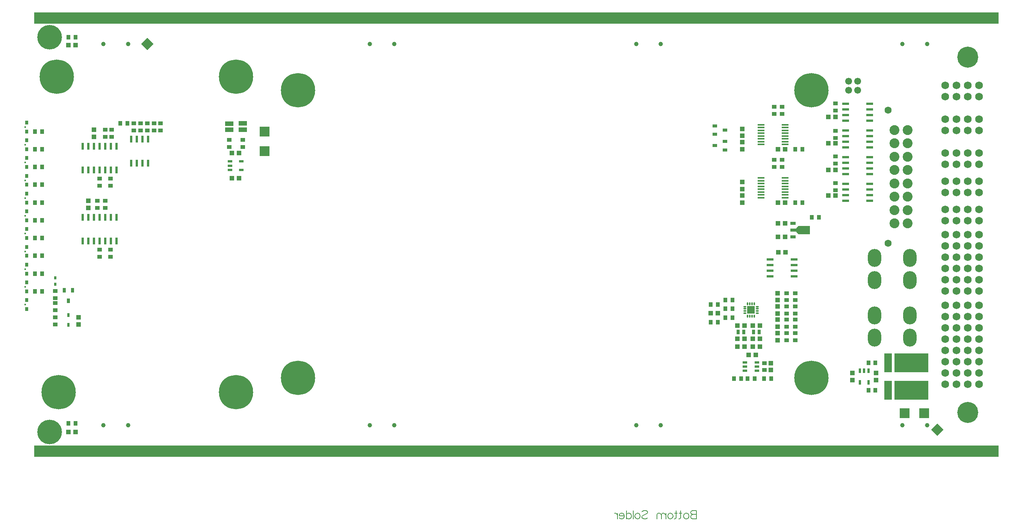
<source format=gbs>
G04*
G04 #@! TF.GenerationSoftware,Altium Limited,Altium Designer,25.4.2 (15)*
G04*
G04 Layer_Color=16711935*
%FSLAX44Y44*%
%MOMM*%
G71*
G04*
G04 #@! TF.SameCoordinates,CE68B810-5A0D-45E5-B586-DEE00FE4B9C3*
G04*
G04*
G04 #@! TF.FilePolarity,Negative*
G04*
G01*
G75*
%ADD13C,0.1778*%
%ADD14R,217.3700X2.5000*%
%ADD15R,217.3701X2.5000*%
%ADD16R,0.6800X1.0800*%
%ADD19C,5.5300*%
%ADD21C,1.7300*%
%ADD22C,0.6300*%
%ADD24C,1.5540*%
%ADD25O,3.0300X4.0300*%
%ADD27C,1.6000*%
%ADD28C,1.0000*%
%ADD87R,0.9800X1.0300*%
%ADD88R,0.9300X1.0300*%
%ADD89R,2.1800X2.2300*%
%ADD90R,1.8300X1.1300*%
%ADD91R,1.0300X0.9300*%
%ADD92R,7.6500X4.3000*%
%ADD93R,1.7100X4.3000*%
%ADD94R,2.2300X2.1800*%
%ADD95R,1.0800X0.6800*%
%ADD96R,1.5800X0.6300*%
%ADD97R,0.4300X0.4300*%
%ADD98R,0.7300X0.8300*%
%ADD99R,0.6700X1.0500*%
%ADD100R,0.6300X1.1300*%
%ADD101R,1.1300X0.6300*%
%ADD102R,2.5050X0.5550*%
%ADD103R,3.0300X0.8800*%
%ADD104R,1.2800X0.7300*%
%ADD105R,1.3800X0.7300*%
G04:AMPARAMS|DCode=106|XSize=0.63mm|YSize=0.27mm|CornerRadius=0.075mm|HoleSize=0mm|Usage=FLASHONLY|Rotation=0.000|XOffset=0mm|YOffset=0mm|HoleType=Round|Shape=RoundedRectangle|*
%AMROUNDEDRECTD106*
21,1,0.6300,0.1200,0,0,0.0*
21,1,0.4800,0.2700,0,0,0.0*
1,1,0.1500,0.2400,-0.0600*
1,1,0.1500,-0.2400,-0.0600*
1,1,0.1500,-0.2400,0.0600*
1,1,0.1500,0.2400,0.0600*
%
%ADD106ROUNDEDRECTD106*%
G04:AMPARAMS|DCode=107|XSize=0.63mm|YSize=0.27mm|CornerRadius=0.075mm|HoleSize=0mm|Usage=FLASHONLY|Rotation=270.000|XOffset=0mm|YOffset=0mm|HoleType=Round|Shape=RoundedRectangle|*
%AMROUNDEDRECTD107*
21,1,0.6300,0.1200,0,0,270.0*
21,1,0.4800,0.2700,0,0,270.0*
1,1,0.1500,-0.0600,-0.2400*
1,1,0.1500,-0.0600,0.2400*
1,1,0.1500,0.0600,0.2400*
1,1,0.1500,0.0600,-0.2400*
%
%ADD107ROUNDEDRECTD107*%
%ADD108R,1.7100X1.7100*%
%ADD109R,1.0800X0.6300*%
%ADD110R,1.5800X0.4300*%
%ADD111R,0.6300X1.5800*%
%ADD112P,2.8284X4X180.0*%
%ADD113R,0.4900X0.8700*%
%ADD114R,0.5300X0.7800*%
%ADD115R,1.0300X0.9800*%
%ADD116C,4.7300*%
%ADD117C,7.7300*%
%ADD118C,2.2300*%
G36*
X1687635Y464642D02*
X1687671Y464627D01*
X1687702Y464603D01*
X1687726Y464572D01*
X1687742Y464535D01*
X1687747Y464496D01*
Y445496D01*
X1687742Y445457D01*
X1687726Y445420D01*
X1687702Y445389D01*
X1687671Y445365D01*
X1687635Y445350D01*
X1687596Y445345D01*
X1687556Y445350D01*
X1687535Y445359D01*
X1687520Y445365D01*
X1687489Y445389D01*
X1682238Y450639D01*
X1682215Y450670D01*
X1682199Y450707D01*
X1682194Y450746D01*
Y459246D01*
X1682199Y459285D01*
X1682215Y459322D01*
X1682238Y459353D01*
X1687489Y464603D01*
X1687520Y464627D01*
X1687556Y464642D01*
X1687596Y464647D01*
X1687635Y464642D01*
D02*
G37*
D13*
X1457105Y-176564D02*
Y-195610D01*
Y-176564D02*
X1448943D01*
X1446222Y-177471D01*
X1445315Y-178378D01*
X1444408Y-180192D01*
Y-182006D01*
X1445315Y-183820D01*
X1446222Y-184727D01*
X1448943Y-185634D01*
X1457105D02*
X1448943D01*
X1446222Y-186541D01*
X1445315Y-187447D01*
X1444408Y-189261D01*
Y-191982D01*
X1445315Y-193796D01*
X1446222Y-194703D01*
X1448943Y-195610D01*
X1457105D01*
X1435611Y-182913D02*
X1437424Y-183820D01*
X1439238Y-185634D01*
X1440145Y-188354D01*
Y-190168D01*
X1439238Y-192889D01*
X1437424Y-194703D01*
X1435611Y-195610D01*
X1432890D01*
X1431076Y-194703D01*
X1429262Y-192889D01*
X1428355Y-190168D01*
Y-188354D01*
X1429262Y-185634D01*
X1431076Y-183820D01*
X1432890Y-182913D01*
X1435611D01*
X1421462Y-176564D02*
Y-191982D01*
X1420555Y-194703D01*
X1418741Y-195610D01*
X1416927D01*
X1424183Y-182913D02*
X1417834D01*
X1411486Y-176564D02*
Y-191982D01*
X1410579Y-194703D01*
X1408765Y-195610D01*
X1406951D01*
X1414207Y-182913D02*
X1407858D01*
X1399695D02*
X1401509Y-183820D01*
X1403323Y-185634D01*
X1404230Y-188354D01*
Y-190168D01*
X1403323Y-192889D01*
X1401509Y-194703D01*
X1399695Y-195610D01*
X1396974D01*
X1395161Y-194703D01*
X1393347Y-192889D01*
X1392440Y-190168D01*
Y-188354D01*
X1393347Y-185634D01*
X1395161Y-183820D01*
X1396974Y-182913D01*
X1399695D01*
X1388268D02*
Y-195610D01*
Y-186541D02*
X1385547Y-183820D01*
X1383733Y-182913D01*
X1381012D01*
X1379198Y-183820D01*
X1378291Y-186541D01*
Y-195610D01*
Y-186541D02*
X1375571Y-183820D01*
X1373757Y-182913D01*
X1371036D01*
X1369222Y-183820D01*
X1368315Y-186541D01*
Y-195610D01*
X1334667Y-179285D02*
X1336481Y-177471D01*
X1339202Y-176564D01*
X1342830D01*
X1345551Y-177471D01*
X1347365Y-179285D01*
Y-181099D01*
X1346458Y-182913D01*
X1345551Y-183820D01*
X1343737Y-184727D01*
X1338295Y-186541D01*
X1336481Y-187447D01*
X1335574Y-188354D01*
X1334667Y-190168D01*
Y-192889D01*
X1336481Y-194703D01*
X1339202Y-195610D01*
X1342830D01*
X1345551Y-194703D01*
X1347365Y-192889D01*
X1325870Y-182913D02*
X1327684Y-183820D01*
X1329498Y-185634D01*
X1330405Y-188354D01*
Y-190168D01*
X1329498Y-192889D01*
X1327684Y-194703D01*
X1325870Y-195610D01*
X1323149D01*
X1321335Y-194703D01*
X1319521Y-192889D01*
X1318614Y-190168D01*
Y-188354D01*
X1319521Y-185634D01*
X1321335Y-183820D01*
X1323149Y-182913D01*
X1325870D01*
X1314442Y-176564D02*
Y-195610D01*
X1299568Y-176564D02*
Y-195610D01*
Y-185634D02*
X1301382Y-183820D01*
X1303196Y-182913D01*
X1305917D01*
X1307731Y-183820D01*
X1309545Y-185634D01*
X1310452Y-188354D01*
Y-190168D01*
X1309545Y-192889D01*
X1307731Y-194703D01*
X1305917Y-195610D01*
X1303196D01*
X1301382Y-194703D01*
X1299568Y-192889D01*
X1294489Y-188354D02*
X1283606D01*
Y-186541D01*
X1284513Y-184727D01*
X1285420Y-183820D01*
X1287234Y-182913D01*
X1289955D01*
X1291768Y-183820D01*
X1293582Y-185634D01*
X1294489Y-188354D01*
Y-190168D01*
X1293582Y-192889D01*
X1291768Y-194703D01*
X1289955Y-195610D01*
X1287234D01*
X1285420Y-194703D01*
X1283606Y-192889D01*
X1279525Y-182913D02*
Y-195610D01*
Y-188354D02*
X1278618Y-185634D01*
X1276804Y-183820D01*
X1274990Y-182913D01*
X1272269D01*
D14*
X1051150Y932000D02*
D03*
D15*
X1051150Y-43000D02*
D03*
D16*
X33000Y319000D02*
D03*
X52000D02*
D03*
X42500Y296000D02*
D03*
D19*
X0Y0D02*
D03*
Y889000D02*
D03*
D21*
X2017200Y781100D02*
D03*
X2042600D02*
D03*
X2068000D02*
D03*
X2093400D02*
D03*
Y755700D02*
D03*
X2068000D02*
D03*
X2042600D02*
D03*
X2017200D02*
D03*
X2093400Y704900D02*
D03*
X2068000D02*
D03*
X2042600D02*
D03*
X2017200D02*
D03*
Y679500D02*
D03*
X2042600D02*
D03*
X2068000D02*
D03*
X2093400D02*
D03*
Y628700D02*
D03*
X2068000D02*
D03*
X2042600D02*
D03*
X2017200D02*
D03*
Y603300D02*
D03*
X2042600D02*
D03*
X2068000D02*
D03*
X2093400D02*
D03*
Y565200D02*
D03*
X2068000D02*
D03*
X2042600D02*
D03*
X2017200D02*
D03*
Y539800D02*
D03*
X2042600D02*
D03*
X2068000D02*
D03*
X2093400D02*
D03*
Y501700D02*
D03*
X2068000D02*
D03*
X2042600D02*
D03*
X2017200D02*
D03*
Y476300D02*
D03*
X2042600D02*
D03*
X2068000D02*
D03*
X2093400D02*
D03*
X2017200Y444500D02*
D03*
X2042600D02*
D03*
X2068000D02*
D03*
X2093400D02*
D03*
X2017200Y419100D02*
D03*
X2042600D02*
D03*
X2068000D02*
D03*
X2093400D02*
D03*
X2017200Y393700D02*
D03*
X2042600D02*
D03*
X2068000D02*
D03*
X2093400D02*
D03*
X2017200Y368300D02*
D03*
X2042600D02*
D03*
X2068000D02*
D03*
X2093400D02*
D03*
X2017200Y342900D02*
D03*
X2042600D02*
D03*
X2068000D02*
D03*
X2093400D02*
D03*
X2017200Y317500D02*
D03*
X2042600D02*
D03*
X2068000D02*
D03*
X2093400D02*
D03*
X2068000Y285700D02*
D03*
X2042600D02*
D03*
X2017200D02*
D03*
Y260300D02*
D03*
X2042600D02*
D03*
X2068000D02*
D03*
X2093400D02*
D03*
Y285700D02*
D03*
Y234900D02*
D03*
X2068000D02*
D03*
X2042600D02*
D03*
X2017200D02*
D03*
Y209500D02*
D03*
X2042600D02*
D03*
X2068000D02*
D03*
X2093400D02*
D03*
Y184100D02*
D03*
X2068000D02*
D03*
X2042600D02*
D03*
X2017200D02*
D03*
Y158700D02*
D03*
X2042600D02*
D03*
X2068000D02*
D03*
X2093400D02*
D03*
Y133300D02*
D03*
X2068000D02*
D03*
X2042600D02*
D03*
X2017200D02*
D03*
Y107900D02*
D03*
X2042600D02*
D03*
X2068000D02*
D03*
X2093400D02*
D03*
D22*
X530000Y770000D02*
D03*
X538787Y748787D02*
D03*
X560000Y740000D02*
D03*
X581213Y748787D02*
D03*
X590000Y770000D02*
D03*
X581213Y791213D02*
D03*
X560000Y800000D02*
D03*
X538787Y791213D02*
D03*
X16000Y830000D02*
D03*
X-5213Y821213D02*
D03*
X-14000Y800000D02*
D03*
X-5213Y778787D02*
D03*
X16000Y770000D02*
D03*
X37213Y778787D02*
D03*
X46000Y800000D02*
D03*
X37213Y821213D02*
D03*
X20000Y120000D02*
D03*
X-1213Y111213D02*
D03*
X-10000Y90000D02*
D03*
X-1213Y68787D02*
D03*
X20000Y60000D02*
D03*
X41213Y68787D02*
D03*
X50000Y90000D02*
D03*
X41213Y111213D02*
D03*
X441213D02*
D03*
X450000Y90000D02*
D03*
X441213Y68787D02*
D03*
X420000Y60000D02*
D03*
X398787Y68787D02*
D03*
X390000Y90000D02*
D03*
X398787Y111213D02*
D03*
X420000Y120000D02*
D03*
X560000Y92000D02*
D03*
X581213Y100787D02*
D03*
X590000Y122000D02*
D03*
X581213Y143213D02*
D03*
X560000Y152000D02*
D03*
X538787Y143213D02*
D03*
X530000Y122000D02*
D03*
X538787Y100787D02*
D03*
X1694787D02*
D03*
X1686000Y122000D02*
D03*
X1694787Y143213D02*
D03*
X1716000Y152000D02*
D03*
X1737213Y143213D02*
D03*
X1746000Y122000D02*
D03*
X1737213Y100787D02*
D03*
X1716000Y92000D02*
D03*
X1694787Y748787D02*
D03*
X1686000Y770000D02*
D03*
X1694787Y791213D02*
D03*
X1716000Y800000D02*
D03*
X1737213Y791213D02*
D03*
X1746000Y770000D02*
D03*
X1737213Y748787D02*
D03*
X1716000Y740000D02*
D03*
X441213Y821213D02*
D03*
X450000Y800000D02*
D03*
X441213Y778787D02*
D03*
X420000Y770000D02*
D03*
X398787Y778787D02*
D03*
X390000Y800000D02*
D03*
X398787Y821213D02*
D03*
X420000Y830000D02*
D03*
X1580000Y275000D02*
D03*
X1575000Y270000D02*
D03*
X1585000D02*
D03*
Y280000D02*
D03*
X1575000D02*
D03*
D24*
X1820000Y790000D02*
D03*
X1800000D02*
D03*
X1820000Y770000D02*
D03*
X1800000D02*
D03*
D25*
X1938000Y342000D02*
D03*
Y392000D02*
D03*
X1858000D02*
D03*
Y342000D02*
D03*
Y263000D02*
D03*
Y213000D02*
D03*
X1938000D02*
D03*
Y263000D02*
D03*
D27*
X1888500Y425000D02*
D03*
Y725000D02*
D03*
D28*
X1376700Y15150D02*
D03*
X1321300D02*
D03*
X721300Y873850D02*
D03*
X776700D02*
D03*
X176700D02*
D03*
X121300D02*
D03*
Y15150D02*
D03*
X176700D02*
D03*
X776700D02*
D03*
X721300D02*
D03*
X1321300Y873850D02*
D03*
X1376700D02*
D03*
X1976700Y15150D02*
D03*
X1921300D02*
D03*
Y873850D02*
D03*
X1976700D02*
D03*
D87*
X42000Y871000D02*
D03*
X58000D02*
D03*
X42000Y0D02*
D03*
X58000D02*
D03*
X1584500Y240000D02*
D03*
X1600500D02*
D03*
X427000Y572000D02*
D03*
X411000D02*
D03*
Y628500D02*
D03*
X427000D02*
D03*
X1574500Y173750D02*
D03*
X1590500D02*
D03*
X1505500Y267500D02*
D03*
X1489500D02*
D03*
X1600500Y192500D02*
D03*
X1584500D02*
D03*
Y210000D02*
D03*
X1600500D02*
D03*
X1549500D02*
D03*
X1565500D02*
D03*
X1641000Y516551D02*
D03*
X1657000D02*
D03*
X1641000Y636551D02*
D03*
X1657000D02*
D03*
X1656996Y439992D02*
D03*
X1640995D02*
D03*
Y469996D02*
D03*
X1656996D02*
D03*
X1565500Y192500D02*
D03*
X1549500D02*
D03*
X1642000Y405000D02*
D03*
X1658000D02*
D03*
X1754500Y532500D02*
D03*
X1770500D02*
D03*
X1754500Y650000D02*
D03*
X1770500D02*
D03*
X1754500Y590500D02*
D03*
X1770500D02*
D03*
X1754500Y710000D02*
D03*
X1770500D02*
D03*
X1565500Y240000D02*
D03*
X1549500D02*
D03*
D88*
X42000Y889000D02*
D03*
X58000D02*
D03*
X42000Y20000D02*
D03*
X58000D02*
D03*
X1522000Y257500D02*
D03*
X1538000D02*
D03*
X1522000Y297500D02*
D03*
X1538000D02*
D03*
X1522000Y277500D02*
D03*
X1538000D02*
D03*
X1860500Y94250D02*
D03*
X1844500D02*
D03*
X1860500Y155750D02*
D03*
X1844500D02*
D03*
X1489500Y287500D02*
D03*
X1505500D02*
D03*
X1588000Y120000D02*
D03*
X1572000D02*
D03*
X1558000D02*
D03*
X1542000D02*
D03*
X1717186Y483456D02*
D03*
X1733186D02*
D03*
X1489500Y247750D02*
D03*
X1505500D02*
D03*
X-33050Y557000D02*
D03*
X-17050D02*
D03*
X-33050Y597000D02*
D03*
X-17050D02*
D03*
X-33050Y317000D02*
D03*
X-17050D02*
D03*
X1695867Y636750D02*
D03*
X1679867D02*
D03*
X1695867Y516551D02*
D03*
X1679867D02*
D03*
X-33050Y397000D02*
D03*
X-17050D02*
D03*
X-33050Y437000D02*
D03*
X-17050D02*
D03*
X-33050Y477000D02*
D03*
X-17050D02*
D03*
X-33050Y517000D02*
D03*
X-17050D02*
D03*
X1609500Y120000D02*
D03*
X1625500D02*
D03*
X-33050Y637000D02*
D03*
X-17050D02*
D03*
X159500Y695000D02*
D03*
X175500D02*
D03*
X-33000Y677000D02*
D03*
X-17000D02*
D03*
X-33050Y357000D02*
D03*
X-17050D02*
D03*
D89*
X484000Y633000D02*
D03*
Y677000D02*
D03*
D90*
X435000Y681000D02*
D03*
X405000D02*
D03*
Y694500D02*
D03*
X435000Y695000D02*
D03*
D91*
X405000Y642000D02*
D03*
Y658000D02*
D03*
X435000Y642000D02*
D03*
Y658000D02*
D03*
X1660000Y313000D02*
D03*
Y297000D02*
D03*
Y283000D02*
D03*
Y267000D02*
D03*
Y253000D02*
D03*
Y237000D02*
D03*
Y223000D02*
D03*
Y207000D02*
D03*
X1680000Y313000D02*
D03*
Y297000D02*
D03*
Y283000D02*
D03*
Y267000D02*
D03*
Y253000D02*
D03*
Y237000D02*
D03*
Y223000D02*
D03*
Y207000D02*
D03*
X137500Y554500D02*
D03*
Y570500D02*
D03*
X112500Y554500D02*
D03*
Y570500D02*
D03*
X1770000Y544500D02*
D03*
Y560500D02*
D03*
X1770000Y662000D02*
D03*
Y678000D02*
D03*
X1770000Y604500D02*
D03*
Y620500D02*
D03*
X1770000Y724000D02*
D03*
Y740000D02*
D03*
X1632500Y613000D02*
D03*
Y597000D02*
D03*
Y732573D02*
D03*
Y716573D02*
D03*
X1650273Y613239D02*
D03*
Y597239D02*
D03*
Y732311D02*
D03*
Y716311D02*
D03*
X137500Y394500D02*
D03*
Y410500D02*
D03*
X112500Y394500D02*
D03*
Y410500D02*
D03*
X107500Y520500D02*
D03*
Y504500D02*
D03*
X125000D02*
D03*
Y520500D02*
D03*
X1610000Y139500D02*
D03*
Y155500D02*
D03*
X125000Y680500D02*
D03*
Y664500D02*
D03*
X140000D02*
D03*
Y680500D02*
D03*
X190000Y695500D02*
D03*
Y679500D02*
D03*
X205000D02*
D03*
Y695500D02*
D03*
X220000D02*
D03*
Y679500D02*
D03*
X235000Y695500D02*
D03*
Y679500D02*
D03*
X250000Y695500D02*
D03*
Y679500D02*
D03*
X12500Y290500D02*
D03*
Y274500D02*
D03*
Y302000D02*
D03*
Y318000D02*
D03*
Y258000D02*
D03*
Y242000D02*
D03*
D92*
X1941450Y94250D02*
D03*
Y155750D02*
D03*
D93*
X1888850D02*
D03*
Y94250D02*
D03*
D94*
X1926250Y42500D02*
D03*
X1970250D02*
D03*
D95*
X1498500Y670500D02*
D03*
Y689500D02*
D03*
X1521500Y680000D02*
D03*
Y654500D02*
D03*
Y635500D02*
D03*
X1498500Y645000D02*
D03*
D96*
X1847000Y559050D02*
D03*
Y546350D02*
D03*
Y533650D02*
D03*
Y520950D02*
D03*
X1793000Y559050D02*
D03*
Y546350D02*
D03*
Y533650D02*
D03*
Y520950D02*
D03*
X1847000Y679050D02*
D03*
Y666350D02*
D03*
Y653650D02*
D03*
Y640950D02*
D03*
X1793000Y679050D02*
D03*
Y666350D02*
D03*
Y653650D02*
D03*
Y640950D02*
D03*
X1847000Y619050D02*
D03*
Y606350D02*
D03*
Y593650D02*
D03*
Y580950D02*
D03*
X1793000Y619050D02*
D03*
Y606350D02*
D03*
Y593650D02*
D03*
Y580950D02*
D03*
X1847000Y739050D02*
D03*
Y726350D02*
D03*
Y713650D02*
D03*
Y700950D02*
D03*
X1793000Y739050D02*
D03*
Y726350D02*
D03*
Y713650D02*
D03*
Y700950D02*
D03*
X1623000Y350950D02*
D03*
Y363650D02*
D03*
Y376350D02*
D03*
Y389050D02*
D03*
X1677000Y350950D02*
D03*
Y363650D02*
D03*
Y376350D02*
D03*
Y389050D02*
D03*
D97*
X-54750Y407000D02*
D03*
Y447000D02*
D03*
Y327000D02*
D03*
Y487000D02*
D03*
Y527000D02*
D03*
Y567000D02*
D03*
Y607000D02*
D03*
Y647000D02*
D03*
Y687000D02*
D03*
X-54750Y287000D02*
D03*
X-54750Y367000D02*
D03*
D98*
X-51250Y417000D02*
D03*
Y397000D02*
D03*
Y457000D02*
D03*
Y437000D02*
D03*
Y337000D02*
D03*
Y317000D02*
D03*
Y497000D02*
D03*
Y477000D02*
D03*
Y537000D02*
D03*
Y517000D02*
D03*
Y577000D02*
D03*
Y557000D02*
D03*
Y617000D02*
D03*
Y597000D02*
D03*
Y657000D02*
D03*
Y637000D02*
D03*
Y697000D02*
D03*
Y677000D02*
D03*
X-51250Y277000D02*
D03*
Y297000D02*
D03*
X-51250Y377000D02*
D03*
Y357000D02*
D03*
D99*
X1563900Y225000D02*
D03*
X1551100D02*
D03*
X1598900D02*
D03*
X1586100D02*
D03*
D100*
X1825500Y138000D02*
D03*
X1835000D02*
D03*
X1844500D02*
D03*
Y112000D02*
D03*
X1825500D02*
D03*
D101*
X406000Y590500D02*
D03*
Y600000D02*
D03*
Y609500D02*
D03*
X432000D02*
D03*
Y590500D02*
D03*
D102*
X1699921Y461871D02*
D03*
Y448121D02*
D03*
D103*
X1697296Y454996D02*
D03*
D104*
X1675096Y469996D02*
D03*
Y439996D02*
D03*
D105*
X1675596Y454996D02*
D03*
D106*
X1566000Y267500D02*
D03*
Y272500D02*
D03*
Y277500D02*
D03*
Y282500D02*
D03*
X1594000Y267500D02*
D03*
Y282500D02*
D03*
Y277500D02*
D03*
Y272500D02*
D03*
D107*
X1572500Y289000D02*
D03*
X1577500D02*
D03*
X1582500D02*
D03*
X1587500D02*
D03*
Y261000D02*
D03*
X1582500D02*
D03*
X1577500D02*
D03*
X1572500D02*
D03*
D108*
X1580000Y275000D02*
D03*
D109*
X1566500Y157000D02*
D03*
Y147500D02*
D03*
Y138000D02*
D03*
X1593500D02*
D03*
Y147500D02*
D03*
Y157000D02*
D03*
D110*
X1657000Y572225D02*
D03*
Y565875D02*
D03*
Y559525D02*
D03*
Y553175D02*
D03*
Y546825D02*
D03*
Y540475D02*
D03*
Y534125D02*
D03*
Y527775D02*
D03*
X1603000D02*
D03*
Y534125D02*
D03*
Y540475D02*
D03*
Y546825D02*
D03*
Y553175D02*
D03*
Y559525D02*
D03*
Y565875D02*
D03*
Y572225D02*
D03*
X1657000Y692225D02*
D03*
Y685875D02*
D03*
Y679525D02*
D03*
Y673175D02*
D03*
Y666825D02*
D03*
Y660475D02*
D03*
Y654125D02*
D03*
Y647775D02*
D03*
X1603000D02*
D03*
Y654125D02*
D03*
Y660475D02*
D03*
Y666825D02*
D03*
Y673175D02*
D03*
Y679525D02*
D03*
Y685875D02*
D03*
Y692225D02*
D03*
D111*
X150450Y430000D02*
D03*
X137750D02*
D03*
X125050D02*
D03*
X112350D02*
D03*
X99650D02*
D03*
X86950D02*
D03*
X74250D02*
D03*
X150450Y484000D02*
D03*
X137750D02*
D03*
X125050D02*
D03*
X112350D02*
D03*
X99650D02*
D03*
X86950D02*
D03*
X74250D02*
D03*
X183450Y659500D02*
D03*
X196150D02*
D03*
X208850D02*
D03*
X221550D02*
D03*
X183450Y605500D02*
D03*
X196150D02*
D03*
X208850D02*
D03*
X221550D02*
D03*
X150450Y590000D02*
D03*
X137750D02*
D03*
X125050D02*
D03*
X112350D02*
D03*
X99650D02*
D03*
X86950D02*
D03*
X74250D02*
D03*
X150450Y644000D02*
D03*
X137750D02*
D03*
X125050D02*
D03*
X112350D02*
D03*
X99650D02*
D03*
X86950D02*
D03*
X74250D02*
D03*
D112*
X2000000Y5000D02*
D03*
X220000Y874000D02*
D03*
D113*
X42500Y241100D02*
D03*
Y263900D02*
D03*
D114*
X12500Y347000D02*
D03*
Y333000D02*
D03*
D115*
X1808750Y117000D02*
D03*
Y133000D02*
D03*
X1861750D02*
D03*
Y117000D02*
D03*
X1640000Y313000D02*
D03*
Y297000D02*
D03*
Y282750D02*
D03*
Y266750D02*
D03*
Y253000D02*
D03*
Y237000D02*
D03*
Y223000D02*
D03*
Y207000D02*
D03*
X65000Y258000D02*
D03*
Y242000D02*
D03*
X1625000Y155500D02*
D03*
Y139500D02*
D03*
X1560000Y563000D02*
D03*
Y547000D02*
D03*
Y683000D02*
D03*
Y667000D02*
D03*
Y517000D02*
D03*
Y533000D02*
D03*
Y637000D02*
D03*
Y653000D02*
D03*
X87500Y504500D02*
D03*
Y520500D02*
D03*
X100000Y664500D02*
D03*
Y680500D02*
D03*
D116*
X2068000Y844550D02*
D03*
Y44450D02*
D03*
D117*
X560000Y770000D02*
D03*
X16000Y800000D02*
D03*
X20000Y90000D02*
D03*
X420000D02*
D03*
X560000Y122000D02*
D03*
X1716000D02*
D03*
Y770000D02*
D03*
X420000Y800000D02*
D03*
D118*
X1903000Y470000D02*
D03*
Y500000D02*
D03*
Y530000D02*
D03*
Y560000D02*
D03*
Y590000D02*
D03*
Y620000D02*
D03*
Y650000D02*
D03*
Y680000D02*
D03*
X1933000Y470000D02*
D03*
Y500000D02*
D03*
Y530000D02*
D03*
Y560000D02*
D03*
Y590000D02*
D03*
Y620000D02*
D03*
Y650000D02*
D03*
Y680000D02*
D03*
M02*

</source>
